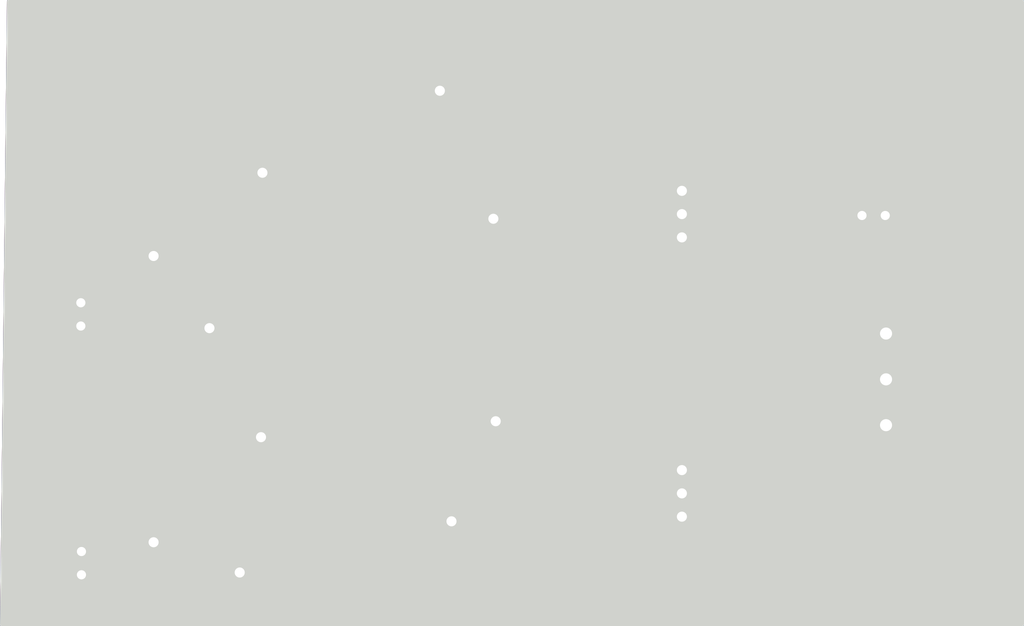
<source format=kicad_pcb>
(kicad_pcb (version 20211014) (generator pcbnew)

  (general
    (thickness 1.6)
  )

  (paper "A4")
  (layers
    (0 "F.Cu" signal)
    (31 "B.Cu" signal)
    (32 "B.Adhes" user "B.Adhesive")
    (33 "F.Adhes" user "F.Adhesive")
    (34 "B.Paste" user)
    (35 "F.Paste" user)
    (36 "B.SilkS" user "B.Silkscreen")
    (37 "F.SilkS" user "F.Silkscreen")
    (38 "B.Mask" user)
    (39 "F.Mask" user)
    (40 "Dwgs.User" user "User.Drawings")
    (41 "Cmts.User" user "User.Comments")
    (42 "Eco1.User" user "User.Eco1")
    (43 "Eco2.User" user "User.Eco2")
    (44 "Edge.Cuts" user)
    (45 "Margin" user)
    (46 "B.CrtYd" user "B.Courtyard")
    (47 "F.CrtYd" user "F.Courtyard")
    (48 "B.Fab" user)
    (49 "F.Fab" user)
    (50 "User.1" user)
    (51 "User.2" user)
    (52 "User.3" user)
    (53 "User.4" user)
    (54 "User.5" user)
    (55 "User.6" user)
    (56 "User.7" user)
    (57 "User.8" user)
    (58 "User.9" user)
  )

  (setup
    (stackup
      (layer "F.SilkS" (type "Top Silk Screen"))
      (layer "F.Paste" (type "Top Solder Paste"))
      (layer "F.Mask" (type "Top Solder Mask") (thickness 0.01))
      (layer "F.Cu" (type "copper") (thickness 0.035))
      (layer "dielectric 1" (type "core") (thickness 1.51) (material "FR4") (epsilon_r 4.5) (loss_tangent 0.02))
      (layer "B.Cu" (type "copper") (thickness 0.035))
      (layer "B.Mask" (type "Bottom Solder Mask") (thickness 0.01))
      (layer "B.Paste" (type "Bottom Solder Paste"))
      (layer "B.SilkS" (type "Bottom Silk Screen"))
      (copper_finish "None")
      (dielectric_constraints no)
    )
    (pad_to_mask_clearance 0)
    (pcbplotparams
      (layerselection 0x00010fc_ffffffff)
      (disableapertmacros false)
      (usegerberextensions false)
      (usegerberattributes true)
      (usegerberadvancedattributes true)
      (creategerberjobfile true)
      (svguseinch false)
      (svgprecision 6)
      (excludeedgelayer true)
      (plotframeref false)
      (viasonmask false)
      (mode 1)
      (useauxorigin false)
      (hpglpennumber 1)
      (hpglpenspeed 20)
      (hpglpendiameter 15.000000)
      (dxfpolygonmode true)
      (dxfimperialunits true)
      (dxfusepcbnewfont true)
      (psnegative false)
      (psa4output false)
      (plotreference true)
      (plotvalue true)
      (plotinvisibletext false)
      (sketchpadsonfab false)
      (subtractmaskfromsilk false)
      (outputformat 1)
      (mirror false)
      (drillshape 1)
      (scaleselection 1)
      (outputdirectory "")
    )
  )

  (net 0 "")
  (net 1 "GND")
  (net 2 "Net-(C2-Pad1)")
  (net 3 "+12V")
  (net 4 "/U_Arduino_LSS")
  (net 5 "/U_Arduino_HSS")
  (net 6 "Net-(J4-Pad1)")
  (net 7 "Net-(Q1-Pad3)")
  (net 8 "Net-(Q5-Pad2)")
  (net 9 "Net-(Q6-Pad2)")
  (net 10 "Net-(R9-Pad2)")
  (net 11 "Net-(Q6-Pad7)")
  (net 12 "Net-(Q7-Pad1)")
  (net 13 "Net-(Q8-Pad1)")
  (net 14 "Net-(R1-Pad1)")
  (net 15 "Net-(C1-Pad1)")
  (net 16 "Net-(Q2-Pad3)")
  (net 17 "Net-(C3-Pad1)")
  (net 18 "Net-(C3-Pad2)")
  (net 19 "Net-(Q5-Pad4)")
  (net 20 "Net-(Q5-Pad5)")
  (net 21 "Net-(R4-Pad2)")

  (footprint "Resistor_SMD:R_1206_3216Metric_Pad1.30x1.75mm_HandSolder" (layer "F.Cu") (at 137.77 72.76 90))

  (footprint "Connector_PinHeader_2.54mm:PinHeader_1x02_P2.54mm_Vertical" (layer "F.Cu") (at 132.588 113.025))

  (footprint "Resistor_SMD:R_1206_3216Metric_Pad1.30x1.75mm_HandSolder" (layer "F.Cu") (at 156.21 102.108 90))

  (footprint "Resistor_SMD:R_1206_3216Metric_Pad1.30x1.75mm_HandSolder" (layer "F.Cu") (at 167.386 100.584))

  (footprint "Resistor_SMD:R_1206_3216Metric_Pad1.30x1.75mm_HandSolder" (layer "F.Cu") (at 167.83 84.94))

  (footprint "Package_SO:SOIC-8_3.9x4.9mm_P1.27mm" (layer "F.Cu") (at 180.34 81.28))

  (footprint "Resistor_SMD:R_1206_3216Metric_Pad1.30x1.75mm_HandSolder" (layer "F.Cu") (at 168.02 77.19))

  (footprint "Connector_PinHeader_2.54mm:PinHeader_1x02_P2.54mm_Vertical" (layer "F.Cu") (at 132.52 85.875))

  (footprint "Package_TO_SOT_THT:TO-220-3_Vertical" (layer "F.Cu") (at 198.12 104.14 -90))

  (footprint "Connector_PinHeader_2.54mm:PinHeader_1x02_P2.54mm_Vertical" (layer "F.Cu") (at 217.775 76.35 90))

  (footprint "Resistor_SMD:R_1206_3216Metric_Pad1.30x1.75mm_HandSolder" (layer "F.Cu") (at 137.922 102.336 90))

  (footprint "Resistor_SMD:R_1206_3216Metric_Pad1.30x1.75mm_HandSolder" (layer "F.Cu") (at 158.7 83.14 90))

  (footprint "Resistor_SMD:R_1206_3216Metric_Pad1.30x1.75mm_HandSolder" (layer "F.Cu") (at 168.91 104.902))

  (footprint "Capacitor_SMD:CP_Elec_8x10" (layer "F.Cu") (at 223.14 109.2 180))

  (footprint "Resistor_SMD:R_1206_3216Metric_Pad1.30x1.75mm_HandSolder" (layer "F.Cu") (at 161.29 108.458 90))

  (footprint "Package_TO_SOT_SMD:SOT-23" (layer "F.Cu") (at 147.066 114.3 90))

  (footprint "Package_TO_SOT_SMD:SOT-23" (layer "F.Cu") (at 137.668 110.998 90))

  (footprint "Capacitor_SMD:C_1206_3216Metric_Pad1.33x1.80mm_HandSolder" (layer "F.Cu") (at 176.9 109.96 180))

  (footprint "Resistor_SMD:R_1206_3216Metric_Pad1.30x1.75mm_HandSolder" (layer "F.Cu") (at 151.892 107.696))

  (footprint "Capacitor_SMD:C_1206_3216Metric_Pad1.33x1.80mm_HandSolder" (layer "F.Cu") (at 175.66 62.89 180))

  (footprint "Package_TO_SOT_THT:TO-220-3_Vertical" (layer "F.Cu") (at 198.12 73.66 -90))

  (footprint "Resistor_SMD:R_1206_3216Metric_Pad1.30x1.75mm_HandSolder" (layer "F.Cu") (at 190.5 104.14))

  (footprint "Diode_SMD:D_SOD-123" (layer "F.Cu") (at 183.61 63.6 90))

  (footprint "Package_TO_SOT_SMD:SOT-23" (layer "F.Cu") (at 143.76 87.61 90))

  (footprint "Capacitor_SMD:C_1206_3216Metric_Pad1.33x1.80mm_HandSolder" (layer "F.Cu") (at 147.574 102.108 90))

  (footprint "Package_SO:SOIC-8_3.9x4.9mm_P1.27mm" (layer "F.Cu") (at 180.36 102.66))

  (footprint "Resistor_SMD:R_1206_3216Metric_Pad1.30x1.75mm_HandSolder" (layer "F.Cu") (at 190.5 76.2))

  (footprint "TerminalBlock:TerminalBlock_Altech_AK300-3_P5.00mm" (layer "F.Cu") (at 220.4 99.235 90))

  (footprint "Capacitor_SMD:C_1206_3216Metric_Pad1.33x1.80mm_HandSolder" (layer "F.Cu") (at 186.69 70.2))

  (footprint "Resistor_SMD:R_1206_3216Metric_Pad1.30x1.75mm_HandSolder" (layer "F.Cu") (at 150.47 83.97))

  (footprint "Capacitor_SMD:C_1206_3216Metric_Pad1.33x1.80mm_HandSolder" (layer "F.Cu") (at 132.334 105.918 90))

  (footprint "Package_TO_SOT_SMD:SOT-23" (layer "F.Cu") (at 137.68 79.9 90))

  (footprint "Resistor_SMD:R_1206_3216Metric_Pad1.30x1.75mm_HandSolder" (layer "F.Cu") (at 157.71 73.2 90))

  (footprint "Capacitor_SMD:C_1206_3216Metric_Pad1.33x1.80mm_HandSolder" (layer "F.Cu") (at 145.88 73.25 90))

  (segment (start 148.016 115.2375) (end 149.7815 115.2375) (width 0.5) (layer "F.Cu") (net 1) (tstamp 075db404-4177-4836-a9db-4cd063481e33))
  (segment (start 149.7815 115.2375) (end 149.86 115.316) (width 0.5) (layer "F.Cu") (net 1) (tstamp 1e5bc815-30cc-48f2-b344-2cb387ef18f5))
  (segment (start 219.87 109.22) (end 219.89 109.2) (width 0.5) (layer "F.Cu") (net 1) (tstamp 2561aedf-b413-446e-854d-9572d9cc257e))
  (segment (start 132.588 113.025) (end 132.588 107.7345) (width 2) (layer "F.Cu") (net 1) (tstamp 2c9a5e6b-0e1b-492b-8e1d-8ef5e88b489e))
  (segment (start 156.21 100.558) (end 152.197 100.558) (width 0.9) (layer "F.Cu") (net 1) (tstamp 397e7ff9-4fcf-4ee5-bace-6353d945a3c6))
  (segment (start 144.8085 88.646) (end 144.71 88.5475) (width 0.5) (layer "F.Cu") (net 1) (tstamp 3c41fa83-bded-4f4d-b3e2-2055a406e982))
  (segment (start 132.588 107.7345) (end 132.334 107.4805) (width 0.5) (layer "F.Cu") (net 1) (tstamp 469c9557-18af-43bc-b1e0-eeddff7b0292))
  (segment (start 174.0975 62.89) (end 171.856 62.89) (width 0.5) (layer "F.Cu") (net 1) (tstamp 4779fb14-a9e7-4437-80cb-4b091b85b668))
  (segment (start 147.574 100.5455) (end 152.1845 100.5455) (width 0.9) (layer "F.Cu") (net 1) (tstamp 6026cb96-44e1-43a9-ae9e-bb865c0030b3))
  (segment (start 152.197 100.558) (end 152.1845 100.5455) (width 0.5) (layer "F.Cu") (net 1) (tstamp 658e26bc-4977-4caf-95f5-98e61a97f961))
  (segment (start 173.206 109.96) (end 172.974 109.728) (width 0.5) (layer "F.Cu") (net 1) (tstamp 6f19cd9f-5eec-4340-912b-fe7a11209945))
  (segment (start 138.618 111.9355) (end 140.3835 111.9355) (width 0.5) (layer "F.Cu") (net 1) (tstamp 814acf01-f2d5-48dc-8858-cf982710b307))
  (segment (start 140.3835 111.9355) (end 140.462 112.014) (width 0.5) (layer "F.Cu") (net 1) (tstamp 8b156c2e-bd37-47a0-8dca-d41e5e5b0533))
  (segment (start 157.6725 71.6875) (end 157.71 71.65) (width 0.5) (layer "F.Cu") (net 1) (tstamp 9f2ad25c-aa00-4f5c-a336-7da465cb1e39))
  (segment (start 152.3405 71.6875) (end 145.88 71.6875) (width 1.8) (layer "F.Cu") (net 1) (tstamp a3b34998-2d4f-4afa-8d10-88a4d434762f))
  (segment (start 175.3375 109.96) (end 173.206 109.96) (width 0.5) (layer "F.Cu") (net 1) (tstamp c318c389-2ee1-470c-91f8-8e7f659f9981))
  (segment (start 171.856 62.89) (end 171.704 62.738) (width 0.5) (layer "F.Cu") (net 1) (tstamp d0d32b72-deb5-4655-80d4-20833abbcdc3))
  (segment (start 177.546 79.056) (end 177.865 79.375) (width 0.5) (layer "F.Cu") (net 1) (tstamp d2f1f0a5-7865-4951-8ff9-838caa678870))
  (segment (start 152.3405 71.6875) (end 157.6725 71.6875) (width 1.8) (layer "F.Cu") (net 1) (tstamp dc5dc4a1-a7d0-42a5-a830-7df496110069))
  (segment (start 177.546 76.708) (end 177.546 79.056) (width 0.9) (layer "F.Cu") (net 1) (tstamp e0f39568-b780-4cfc-a710-9e50455dcdae))
  (segment (start 220.4 108.69) (end 219.89 109.2) (width 0.5) (layer "F.Cu") (net 1) (tstamp e5f26301-88ac-4474-9a0a-4b8ba4463a93))
  (segment (start 220.4 99.235) (end 220.4 108.69) (width 2) (layer "F.Cu") (net 1) (tstamp e6587539-83fd-4a25-9d7c-64353261053a))
  (segment (start 177.8 98.806) (end 177.8 100.67) (width 0.5) (layer "F.Cu") (net 1) (tstamp e8dc69fd-b4be-4460-8376-3755c48c3f7e))
  (segment (start 146.558 88.646) (end 144.8085 88.646) (width 0.5) (layer "F.Cu") (net 1) (tstamp ec5d873b-a8d3-4730-9957-1f6103ca70c1))
  (segment (start 177.8 100.67) (end 177.885 100.755) (width 0.5) (layer "F.Cu") (net 1) (tstamp f750d2b6-8f70-42c5-88cd-04fc4222b9fd))
  (via (at 177.8 98.806) (size 2) (drill 1.1) (layers "F.Cu" "B.Cu") (free) (net 1) (tstamp 1b7cbbad-0f40-49e7-b36d-fc4c5113a3a8))
  (via (at 152.3405 71.6875) (size 2) (drill 1.1) (layers "F.Cu" "B.Cu") (net 1) (tstamp 2789e1c3-c5cb-44ae-afc3-4d4f87ef4497))
  (via (at 149.86 115.316) (size 2) (drill 1.1) (layers "F.Cu" "B.Cu") (free) (net 1) (tstamp 2df403c8-847b-41cd-8fdd-a2bc22f2348d))
  (via (at 146.558 88.646) (size 2) (drill 1.1) (layers "F.Cu" "B.Cu") (free) (net 1) (tstamp 43197cc2-8c47-47ca-8087-82b60f0952a5))
  (via (at 140.462 112.014) (size 2) (drill 1.1) (layers "F.Cu" "B.Cu") (free) (net 1) (tstamp 60426124-ab62-4e32-8c34-26d9e3e6882d))
  (via (at 177.546 76.708) (size 2) (drill 1.1) (layers "F.Cu" "B.Cu") (free) (net 1) (tstamp 9582eb02-eda2-4b14-96da-b2971e83bbd5))
  (via (at 172.974 109.728) (size 2) (drill 1.1) (layers "F.Cu" "B.Cu") (free) (net 1) (tstamp a0b86307-a013-47ea-8b49-26a4a10e85b3))
  (via (at 152.1845 100.5455) (size 2) (drill 1.1) (layers "F.Cu" "B.Cu") (net 1) (tstamp a3eb90a3-356f-483c-9907-97d676f97294))
  (via (at 171.704 62.738) (size 2) (drill 1.1) (layers "F.Cu" "B.Cu") (free) (net 1) (tstamp c1397f03-42ab-436f-9cc1-44119259a767))
  (via (at 140.462 80.772) (size 2) (drill 1.1) (layers "F.Cu" "B.Cu") (free) (net 1) (tstamp fe216655-75ea-42b3-9334-827e2a2f3460))
  (segment (start 137.922 103.886) (end 137.922 109.8065) (width 0.5) (layer "F.Cu") (net 2) (tstamp 0dabeff2-f0c5-4da2-b658-cd2271ad8de0))
  (segment (start 137.922 109.8065) (end 137.668 110.0605) (width 0.5) (layer "F.Cu") (net 2) (tstamp 1f420aa7-f875-4d47-8db7-5d2ab6381d42))
  (segment (start 156.21 103.658) (end 162.762 103.658) (width 0.5) (layer "F.Cu") (net 2) (tstamp 295ea312-edf1-4434-b39d-90bbd1a604b0))
  (segment (start 162.762 103.658) (end 165.836 100.584) (width 0.5) (layer "F.Cu") (net 2) (tstamp 80b591a8-d458-4462-96aa-6deb12434c89))
  (segment (start 147.574 103.6705) (end 156.1975 103.6705) (width 0.5) (layer "F.Cu") (net 2) (tstamp 848d27cc-2922-4ce0-9b3f-32cb6d4011bc))
  (segment (start 147.574 103.6705) (end 138.1375 103.6705) (width 0.5) (layer "F.Cu") (net 2) (tstamp 87541631-2ec3-4db0-8ee9-d31e8d4bee3b))
  (segment (start 156.1975 103.6705) (end 156.21 103.658) (width 0.5) (layer "F.Cu") (net 2) (tstamp 932c433d-0f5a-47e2-8e17-f51c68ad7619))
  (segment (start 138.1375 103.6705) (end 137.922 103.886) (width 0.5) (layer "F.Cu") (net 2) (tstamp fa4715a9-a136-4eac-a6f0-8256bf114c1f))
  (segment (start 180.29 103.4) (end 180.185 103.295) (width 0.5) (layer "F.Cu") (net 3) (tstamp 2f28b0db-d4f5-43f6-9931-bc649cfd4f51))
  (segment (start 180.29 109.7) (end 180.29 103.4) (width 0.9) (layer "F.Cu") (net 3) (tstamp 5cb626eb-6ee0-4a3a-b3ce-f183cc88fc49))
  (segment (start 220.315 76.35) (end 220.315 89.15) (width 2) (layer "F.Cu") (net 3) (tstamp 609c70f4-1479-4ca4-a93e-8230d97706fb))
  (segment (start 178.4625 109.96) (end 180.03 109.96) (width 0.9) (layer "F.Cu") (net 3) (tstamp 6ff25e28-6290-4c29-a474-b6a86c1058fa))
  (segment (start 180.03 109.96) (end 180.29 109.7) (width 0.5) (layer "F.Cu") (net 3) (tstamp 854c27b1-9f79-4add-b6f5-27fba8034c5b))
  (segment (start 180.185 103.295) (end 177.885 103.295) (width 0.5) (layer "F.Cu") (net 3) (tstamp e22d39a2-e0bd-47a6-bbc7-5261cb8a211a))
  (segment (start 220.315 89.15) (end 220.4 89.235) (width 0.5) (layer "F.Cu") (net 3) (tstamp fd4bdd26-e48c-49cf-9f62-cc6bfc3c25b9))
  (segment (start 136.718 111.9355) (end 136.718 115.504) (width 0.5) (layer "F.Cu") (net 4) (tstamp 030b4ede-937c-4f08-9cf7-8df3a1815044))
  (segment (start 136.9745 115.2375) (end 136.647 115.565) (width 0.5) (layer "F.Cu") (net 4) (tstamp 0545e21f-1d77-4282-8baa-5e72871326cd))
  (segment (start 136.652 115.57) (end 136.647 115.565) (width 0.5) (layer "F.Cu") (net 4) (tstamp 42afdd29-da65-415e-b23b-e6f57f644292))
  (segment (start 136.647 115.565) (end 132.588 115.565) (width 0.5) (layer "F.Cu") (net 4) (tstamp 56620332-4506-4e68-83be-ce8c73e73020))
  (segment (start 146.116 115.2375) (end 136.9745 115.2375) (width 0.5) (layer "F.Cu") (net 4) (tstamp 95384c80-34c1-4588-8be5-6cc6654c7242))
  (segment (start 136.718 115.504) (end 136.652 115.57) (width 0.5) (layer "F.Cu") (net 4) (tstamp e11be979-9376-4f5b-b860-868b1bcb0531))
  (segment (start 136.73 88.3) (end 136.615 88.415) (width 0.5) (layer "F.Cu") (net 5) (tstamp 2e8f0d38-d9a4-4756-b73d-115434410a2d))
  (segment (start 136.73 80.8375) (end 136.73 88.3) (width 0.5) (layer "F.Cu") (net 5) (tstamp 572def52-9267-40af-9e6d-1bcf66b96a05))
  (segment (start 132.52 88.415) (end 136.615 88.415) (width 0.5) (layer "F.Cu") (net 5) (tstamp 6e9efc33-f983-4f3b-8a53-1b607511aaf7))
  (segment (start 142.6775 88.415) (end 142.81 88.5475) (width 0.5) (layer "F.Cu") (net 5) (tstamp 7c11a07f-525c-45a7-9ad1-361ea90615cc))
  (segment (start 136.615 88.415) (end 142.6775 88.415) (width 0.5) (layer "F.Cu") (net 5) (tstamp 91686bb5-7a82-42fb-9000-db29e45a41fa))
  (segment (start 217.625 76.2) (end 217.775 76.35) (width 0.5) (layer "F.Cu") (net 6) (tstamp b4c08003-7d1e-480f-b89a-36b9dac27931))
  (segment (start 198.12 76.2) (end 217.625 76.2) (width 2) (layer "F.Cu") (net 6) (tstamp d3bd7f28-045a-433f-9bed-a7cad9dd77cd))
  (segment (start 143.75 86.6625) (end 143.76 86.6725) (width 0.5) (layer "F.Cu") (net 7) (tstamp 014c3d6f-ba60-446d-adb8-b7e641672eb9))
  (segment (start 143.75 83.96) (end 143.75 86.6625) (width 0.5) (layer "F.Cu") (net 7) (tstamp d29927f4-00bf-41bd-810c-296d47cdf52b))
  (segment (start 143.76 83.97) (end 143.75 83.96) (width 0.5) (layer "F.Cu") (net 7) (tstamp fcce17f3-5a8c-4fd0-a1d3-a12fe4f8cda4))
  (segment (start 148.92 83.97) (end 143.76 83.97) (width 0.5) (layer "F.Cu") (net 7) (tstamp ff881d49-43ab-468f-9e29-afaf3fe5ea26))
  (segment (start 177.865 80.645) (end 173.025 80.645) (width 0.9) (layer "F.Cu") (net 8) (tstamp 89b15608-3359-4c56-b994-7e39212f1213))
  (segment (start 173.025 80.645) (end 169.57 77.19) (width 0.9) (layer "F.Cu") (net 8) (tstamp 8aa1a97c-877c-4cd1-a430-beaa4c55c87d))
  (segment (start 177.885 102.025) (end 170.377 102.025) (width 0.5) (layer "F.Cu") (net 9) (tstamp 231930a8-5cea-46ad-ad9f-0d12ecb4d662))
  (segment (start 170.377 102.025) (end 168.936 100.584) (width 0.5) (layer "F.Cu") (net 9) (tstamp 38983155-b87a-497c-9b83-4071135b9376))
  (segment (start 177.865 102.235) (end 178.842113 102.235) (width 0.5) (layer "F.Cu") (net 9) (tstamp 3e23ff80-976e-481f-b649-d3b6afc29a05))
  (segment (start 177.885 104.565) (end 170.797 104.565) (width 0.5) (layer "F.Cu") (net 10) (tstamp 6e90455f-743f-4212-9228-03fca5a01a32))
  (segment (start 170.797 104.565) (end 170.46 104.902) (width 0.5) (layer "F.Cu") (net 10) (tstamp d08843b9-8d80-4cce-a479-77fce9daf120))
  (segment (start 183.26 104.14) (end 182.835 104.565) (width 0.5) (layer "F.Cu") (net 11) (tstamp ba25714a-2942-479c-86f0-781d4ddc3d33))
  (segment (start 182.835 104.565) (end 182.835 100.755) (width 0.5) (layer "F.Cu") (net 11) (tstamp efd4d00a-a7db-4bd5-87d8-7a1d99931c14))
  (segment (start 188.95 104.14) (end 183.26 104.14) (width 0.9) (layer "F.Cu") (net 11) (tstamp fa185703-4739-49db-9f04-bf522df932bf))
  (segment (start 192.05 76.2) (end 194.59 73.66) (width 0.9) (layer "F.Cu") (net 12) (tstamp cdb1fe4b-faa2-45dc-a54f-6bb353bc6f06))
  (segment (start 194.59 73.66) (end 198.12 73.66) (width 0.9) (layer "F.Cu") (net 12) (tstamp d035799f-0d2c-41df-a04c-c0d82b2607e9))
  (segment (start 198.12 104.14) (end 192.05 104.14) (width 2) (layer "F.Cu") (net 13) (tstamp e0c08c40-319b-4123-981c-cef11d1387d7))
  (segment (start 152.74 84.69) (end 152.02 83.97) (width 0.5) (layer "F.Cu") (net 14) (tstamp 0f3769f2-d2b6-4bf2-b577-33f6346132b6))
  (segment (start 166.03 84.69) (end 166.28 84.94) (width 0.5) (layer "F.Cu") (net 14) (tstamp 2b73a12f-5ce0-4c3e-94b2-11b9bf398e8c))
  (segment (start 158.7 84.69) (end 166.03 84.69) (width 0.5) (layer "F.Cu") (net 14) (tstamp a1118a8c-ee08-4e71-b2e8-39f41071cb16))
  (segment (start 158.7 84.69) (end 152.74 84.69) (width 0.5) (layer "F.Cu") (net 14) (tstamp a2061548-b8c7-46e2-a58b-bc0f7da258bc))
  (segment (start 157.71 74.75) (end 145.9425 74.75) (width 0.9) (layer "F.Cu") (net 15) (tstamp 383d8ad4-fa52-4119-b990-0bdc402be05d))
  (segment (start 145.9425 74.75) (end 145.88 74.8125) (width 0.5) (layer "F.Cu") (net 15) (tstamp 8c458a1a-0033-43db-92b9-adc426f51524))
  (segment (start 137.77 78.8725) (end 137.68 78.9625) (width 0.5) (layer "F.Cu") (net 15) (tstamp 9d9178a0-2b1d-4ebd-a702-1574d9b1ab07))
  (segment (start 145.88 74.8125) (end 138.2725 74.8125) (width 0.9) (layer "F.Cu") (net 15) (tstamp a2eb4572-cf8b-4bf0-a7ce-9f54fe5ac996))
  (segment (start 164.03 74.75) (end 166.47 77.19) (width 0.9) (layer "F.Cu") (net 15) (tstamp babacba8-09a5-4cfc-bfa5-c406a84797ff))
  (segment (start 157.2025 74.2425) (end 157.71 74.75) (width 0.5) (layer "F.Cu") (net 15) (tstamp bdb93d46-a69c-4502-9275-2814dbc9b82e))
  (segment (start 157.71 74.75) (end 164.03 74.75) (width 0.9) (layer "F.Cu") (net 15) (tstamp c4759c8c-660b-451c-9ce4-1315c0e274d8))
  (segment (start 138.2725 74.8125) (end 137.77 74.31) (width 0.5) (layer "F.Cu") (net 15) (tstamp d071edfa-6e15-443d-bba0-5e412b28e379))
  (segment (start 137.77 74.31) (end 137.77 78.8725) (width 0.5) (layer "F.Cu") (net 15) (tstamp eb4ac487-181b-4744-85ff-5443538af540))
  (segment (start 147.066 107.696) (end 150.342 107.696) (width 0.5) (layer "F.Cu") (net 16) (tstamp cf6c12a4-3d95-473d-bafe-8be3892a84e9))
  (segment (start 147.066 113.3625) (end 147.066 107.696) (width 0.5) (layer "F.Cu") (net 16) (tstamp fe092942-ff39-443b-82e2-e50da68849ec))
  (segment (start 180.48452 69.70548) (end 184.63298 69.70548) (width 0.9) (layer "F.Cu") (net 17) (tstamp 24057469-b269-4678-9f67-341c6a1d375e))
  (segment (start 183.61 65.25) (end 183.61 68.6825) (width 0.9) (layer "F.Cu") (net 17) (tstamp 2a6e9448-00fa-4890-8d16-867b5f79ceb3))
  (segment (start 177.865 81.915) (end 178.842113 81.915) (width 0.5) (layer "F.Cu") (net 17) (tstamp 2f98ab63-49ca-48ba-b5e7-2eb4e18ceb1f))
  (segment (start 137.77 71.21) (end 139.27452 69.70548) (width 0.9) (layer "F.Cu") (net 17) (tstamp 51128b1c-82e7-4dff-a029-ff5ad1af097b))
  (segment (start 178.842113 81.915) (end 180.48452 80.272593) (width 0.9) (layer "F.Cu") (net 17) (tstamp 55a8b452-cae3-4582-8c1f-cd1344e8c0fc))
  (segment (start 180.48452 80.272593) (end 180.48452 69.70548) (width 0.9) (layer "F.Cu") (net 17) (tstamp 6eccd6ca-382c-49c2-b4ec-c928033be154))
  (segment (start 158.7 81.59) (end 159.025 81.915) (width 0.5) (layer "F.Cu") (net 17) (tstamp 7a490770-ba13-48e1-9f77-11f1fed2f8d4))
  (segment (start 184.63298 69.70548) (end 185.1275 70.2) (width 0.5) (layer "F.Cu") (net 17) (tstamp 8da5761c-f46a-4b04-b82e-7fc6dac8f4c0))
  (segment (start 183.61 68.6825) (end 185.1275 70.2) (width 0.9) (layer "F.Cu") (net 17) (tstamp 9f8a4466-594b-46c2-9be1-ba57c6a88727))
  (segment (start 159.025 81.915) (end 177.865 81.915) (width 0.5) (layer "F.Cu") (net 17) (tstamp e102d2b8-f935-47d5-a7d1-376d9aff5c92))
  (segment (start 139.27452 69.70548) (end 180.48452 69.70548) (width 0.9) (layer "F.Cu") (net 17) (tstamp ed7aba0d-4a8d-4d75-9842-82ec72393bea))
  (segment (start 190.65048 72.59798) (end 190.65048 78.41048) (width 0.5) (layer "F.Cu") (net 18) (tstamp 4a73fe9f-7f59-4814-9f4c-927e3eec2863))
  (segment (start 199.57 78.74) (end 202.15 81.32) (width 2) (layer "F.Cu") (net 18) (tstamp 4e854bd9-3efd-4a6d-a627-29fba1dc4509))
  (segment (start 202.15 106.7) (end 202.13 106.68) (width 0.5) (layer "F.Cu") (net 18) (tstamp 50a470d3-b2a0-4451-b0b1-f79ba7afe543))
  (segment (start 202.625 94.235) (end 202.15 94.71) (width 0.5) (layer "F.Cu") (net 18) (tstamp 854e2cfa-dd14-42c7-a698-541c81454216))
  (segment (start 198.12 78.74) (end 199.57 78.74) (width 0.5) (layer "F.Cu") (net 18) (tstamp 86939526-6aac-4307-8324-878e6ec374bf))
  (segment (start 202.15 98.99) (end 202.15 106.7) (width 2) (layer "F.Cu") (net 18) (tstamp 90051e8c-9dfc-49f7-8c8c-952e760db8e6))
  (segment (start 188.2525 70.2) (end 190.65048 72.59798) (width 0.5) (layer "F.Cu") (net 18) (tstamp a1770433-a03e-4654-a352-dfa5a5f02f72))
  (segment (start 190.65048 78.41048) (end 190.98 78.74) (width 0.5) (layer "F.Cu") (net 18) (tstamp a67b0042-c69f-40a0-afc6-8a396c6190a0))
  (segment (start 220.4 94.235) (end 202.625 94.235) (width 2) (layer "F.Cu") (net 18) (tstamp aad6a9d4-803c-48a9-8c48-ac14196e300b))
  (segment (start 202.13 106.68) (end 198.12 106.68) (width 2) (layer "F.Cu") (net 18) (tstamp b57e71e6-7cea-437d-ac47-57c8c19ae03a))
  (segment (start 202.15 94.71) (end 202.15 98.99) (width 2) (layer "F.Cu") (net 18) (tstamp e0d8857f-7d08-453a-91e6-85bf9045eee8))
  (segment (start 190.98 78.74) (end 198.12 78.74) (width 0.5) (layer "F.Cu") (net 18) (tstamp e26426e5-6355-4cb9-a5e4-8c0ae014b75a))
  (segment (start 202.15 81.32) (end 202.15 94.71) (width 2) (layer "F.Cu") (net 18) (tstamp f59f8cd3-3172-460f-8d2a-93158a934337))
  (segment (start 202.22 99.06) (end 202.15 98.99) (width 0.5) (layer "F.Cu") (net 18) (tstamp f8068be3-461d-4d7d-8a3a-d022bd5204ed))
  (segment (start 169.38 84.94) (end 176.11 84.94) (width 0.5) (layer "F.Cu") (net 19) (tstamp 1ed68bfe-42f3-447f-9538-5ce26c3c6f4f))
  (segment (start 176.11 84.94) (end 177.865 83.185) (width 0.5) (layer "F.Cu") (net 19) (tstamp a13c2742-df56-475c-a227-fbd57c1cb203))
  (segment (start 182.815 80.645) (end 182.815 83.185) (width 0.9) (layer "F.Cu") (net 20) (tstamp 0bff1a5e-3bd7-4675-80ec-0b5dc7cd9c04))
  (segment (start 188.95 76.2) (end 182.88 76.2) (width 0.9) (layer "F.Cu") (net 20) (tstamp 628c4597-f04c-46f8-9d95-b3d6d05094a7))
  (segment (start 182.88 76.2) (end 182.88 80.86548) (width 0.9) (layer "F.Cu") (net 20) (tstamp 9bae59b4-4821-4ab1-bff9-9a2f8f95077c))
  (segment (start 153.442 107.696) (end 160.502 107.696) (width 0.5) (layer "F.Cu") (net 21) (tstamp 2ca41637-8c13-4ca0-916d-adb9fc241658))
  (segment (start 163.296 104.902) (end 161.29 106.908) (width 0.5) (layer "F.Cu") (net 21) (tstamp 40433840-7921-4e37-8321-0809263f8f14))
  (segment (start 167.36 104.902) (end 163.296 104.902) (width 0.5) (layer "F.Cu") (net 21) (tstamp 4d4578b3-5dc0-4553-827a-dd10be70ab88))
  (segment (start 160.502 107.696) (end 161.29 106.908) (width 0.5) (layer "F.Cu") (net 21) (tstamp 9cadf2b0-1bc9-4229-a93e-ff7d819bc9bc))

  (zone (net 3) (net_name "+12V") (layer "F.Cu") (tstamp 6f52f85c-aac3-4a99-8226-7744ad08fdc3) (hatch edge 0.508)
    (connect_pads (clearance 2))
    (min_thickness 0.254) (filled_areas_thickness no)
    (fill yes (thermal_gap 0.508) (thermal_bridge_width 0.508))
    (polygon
      (pts
        (xy 235.204 53.086)
        (xy 235.204 121.158)
        (xy 123.698 121.158)
        (xy 124.46 52.832)
      )
    )
    (filled_polygon
      (layer "F.Cu")
      (pts
        (xy 187.912449 52.977533)
        (xy 235.078289 53.085712)
        (xy 235.146364 53.105871)
        (xy 235.192733 53.159633)
        (xy 235.204 53.211712)
        (xy 235.204 121.032)
        (xy 235.183998 121.100121)
        (xy 235.130342 121.146614)
        (xy 235.078 121.158)
        (xy 123.825413 121.158)
        (xy 123.757292 121.137998)
        (xy 123.710799 121.084342)
        (xy 123.699421 121.030595)
        (xy 123.845019 107.975356)
        (xy 129.4335 107.975356)
        (xy 129.445275 108.167881)
        (xy 129.501296 108.461552)
        (xy 129.532247 108.554594)
        (xy 129.581058 108.701324)
        (xy 129.5875 108.741096)
        (xy 129.5875 113.113189)
        (xy 129.587605 113.115008)
        (xy 129.587605 113.115012)
        (xy 129.589432 113.146688)
        (xy 129.602334 113.370453)
        (xy 129.661826 113.711328)
        (xy 129.662855 113.714803)
        (xy 129.662857 113.71481)
        (xy 129.732311 113.949281)
        (xy 129.7375 113.985067)
        (xy 129.7375 114.00505)
        (xy 129.738573 114.032358)
        (xy 129.739086 114.035773)
        (xy 129.739087 114.035779)
        (xy 129.780029 114.308102)
        (xy 129.780692 114.31251)
        (xy 129.861864 114.583933)
        (xy 129.863727 114.587973)
        (xy 129.863728 114.587977)
        (xy 129.869094 114.599616)
        (xy 129.879449 114.669853)
        (xy 129.874296 114.691929)
        (xy 129.831103 114.822535)
        (xy 129.829962 114.825986)
        (xy 129.7633 115.147885)
        (xy 129.734078 115.475312)
        (xy 129.742683 115.803928)
        (xy 129.789001 116.129377)
        (xy 129.78992 116.13288)
        (xy 129.789921 116.132885)
        (xy 129.8715 116.443843)
        (xy 129.872419 116.447346)
        (xy 129.99183 116.753619)
        (xy 130.145652 117.044139)
        (xy 130.147702 117.047122)
        (xy 130.147704 117.047125)
        (xy 130.329789 117.312061)
        (xy 130.329795 117.312068)
        (xy 130.331846 117.315053)
        (xy 130.334234 117.31779)
        (xy 130.531825 117.544292)
        (xy 130.547944 117.56277)
        (xy 130.791082 117.784009)
        (xy 130.79404 117.786134)
        (xy 130.794043 117.786137)
        (xy 130.870031 117.84074)
        (xy 131.058037 117.975836)
        (xy 131.061216 117.977606)
        (xy 131.061217 117.977606)
        (xy 131.140951 118.021985)
        (xy 131.345271 118.135708)
        (xy 131.648977 118.261507)
        (xy 131.652471 118.262502)
        (xy 131.652473 118.262503)
        (xy 131.961628 118.350568)
        (xy 131.961633 118.350569)
        (xy 131.965129 118.351565)
        (xy 132.188175 118.38809)
        (xy 132.285957 118.404103)
        (xy 132.285961 118.404103)
        (xy 132.289537 118.404689)
        (xy 132.293163 118.40486)
        (xy 132.614273 118.420003)
        (xy 132.614274 118.420003)
        (xy 132.6179 118.420174)
        (xy 132.631719 118.419232)
        (xy 132.942237 118.398064)
        (xy 132.942245 118.398063)
        (xy 132.945868 118.397816)
        (xy 132.949444 118.397153)
        (xy 132.949446 118.397153)
        (xy 133.265527 118.338571)
        (xy 133.265531 118.33857)
        (xy 133.269092 118.33791)
        (xy 133.583289 118.24125)
        (xy 133.596416 118.235488)
        (xy 133.784299 118.153013)
        (xy 133.884293 118.109119)
        (xy 134.168116 117.943266)
        (xy 134.304667 117.84074)
        (xy 134.371153 117.815834)
        (xy 134.380321 117.8155)
        (xy 136.46511 117.8155)
        (xy 136.469508 117.815577)
        (xy 136.548534 117.818337)
        (xy 136.55117 117.818456)
        (xy 136.626195 117.822651)
        (xy 136.675619 117.825414)
        (xy 136.679778 117.825094)
        (xy 136.679784 117.825094)
        (xy 136.692197 117.824139)
        (xy 136.706254 117.823845)
        (xy 136.714683 117.824139)
        (xy 136.722849 117.824424)
        (xy 136.7995 117.816908)
        (xy 136.846835 117.812267)
        (xy 136.849464 117.812037)
        (xy 136.969538 117.802798)
        (xy 136.969543 117.802797)
        (xy 136.973705 117.802477)
        (xy 136.989953 117.799023)
        (xy 137.003854 117.796871)
        (xy 137.005832 117.796677)
        (xy 137.020388 117.79525)
        (xy 137.141676 117.766802)
        (xy 137.144223 117.766232)
        (xy 137.176612 117.759348)
        (xy 137.262047 117.741189)
        (xy 137.262053 117.741187)
        (xy 137.266138 117.740319)
        (xy 137.281802 117.734741)
        (xy 137.295288 117.730773)
        (xy 137.307378 117.727937)
        (xy 137.307385 117.727935)
        (xy 137.311456 117.72698)
        (xy 137.380981 117.70057)
        (xy 137.427891 117.682751)
        (xy 137.430366 117.68184)
        (xy 137.547781 117.64003)
        (xy 137.551502 117.638118)
        (xy 137.551506 117.638116)
        (xy 137.562562 117.632434)
        (xy 137.575414 117.626712)
        (xy 137.587027 117.622301)
        (xy 137.587036 117.622297)
        (xy 137.590937 117.620815)
        (xy 137.672171 117.576892)
        (xy 137.700539 117.561554)
        (xy 137.702845 117.560338)
        (xy 137.813686 117.503373)
        (xy 137.814254 117.504479)
        (xy 137.873676 117.488)
        (xy 144.553703 117.488)
        (xy 144.621824 117.508002)
        (xy 144.636533 117.519051)
        (xy 144.662771 117.54194)
        (xy 144.666347 117.544289)
        (xy 144.666351 117.544292)
        (xy 144.904262 117.70057)
        (xy 144.904268 117.700574)
        (xy 144.907845 117.702923)
        (xy 145.032689 117.762471)
        (xy 145.168629 117.827311)
        (xy 145.168634 117.827313)
        (xy 145.172498 117.829156)
        (xy 145.321488 117.876705)
        (xy 145.447745 117.916999)
        (xy 145.447749 117.917)
        (xy 145.451835 117.918304)
        (xy 145.582369 117.941086)
        (xy 145.736948 117.968065)
        (xy 145.736954 117.968066)
        (xy 145.740686 117.968717)
        (xy 145.744477 117.968916)
        (xy 145.74448 117.968916)
        (xy 145.776715 117.970605)
        (xy 145.870116 117.9755)
        (xy 146.361884 117.9755)
        (xy 146.455285 117.970605)
        (xy 146.48752 117.968916)
        (xy 146.487523 117.968916)
        (xy 146.491314 117.968717)
        (xy 146.495046 117.968066)
        (xy 146.495052 117.968065)
        (xy 146.649631 117.941086)
        (xy 146.780165 117.918304)
        (xy 146.784251 117.917)
        (xy 146.784255 117.916999)
        (xy 147.027692 117.839308)
        (xy 147.104308 117.839308)
        (xy 147.347745 117.916999)
        (xy 147.347749 117.917)
        (xy 147.351835 117.918304)
        (xy 147.482369 117.941086)
        (xy 147.636948 117.968065)
        (xy 147.636954 117.968066)
        (xy 147.640686 117.968717)
        (xy 147.644477 117.968916)
        (xy 147.64448 117.968916)
        (xy 147.676715 117.970605)
        (xy 147.770116 117.9755)
        (xy 148.261884 117.9755)
        (xy 148.337415 117.971542)
        (xy 148.387523 117.968916)
        (xy 148.387528 117.968915)
        (xy 148.391314 117.968717)
        (xy 148.395045 117.968066)
        (xy 148.395061 117.968064)
        (xy 148.396739 117.967771)
        (xy 148.397195 117.967823)
        (xy 148.398829 117.967638)
        (xy 148.398871 117.968013)
        (xy 148.467284 117.975765)
        (xy 148.479677 117.9818)
        (xy 148.548695 118.020215)
        (xy 148.548702 118.020219)
        (xy 148.551876 118.021985)
        (xy 148.555226 118.023373)
        (xy 148.555231 118.023375)
        (xy 148.71172 118.088194)
        (xy 148.871563 118.154403)
        (xy 148.875057 118.155398)
        (xy 148.875059 118.155399)
        (xy 149.200851 118.248204)
        (xy 149.200856 118.248205)
        (xy 149.204352 118.249201)
        (xy 149.440034 118.287795)
        (xy 149.542251 118.304534)
        (xy 149.542255 118.304534)
        (xy 149.545831 118.30512)
        (xy 149.549457 118.305291)
        (xy 149.887847 118.321249)
        (xy 149.887848 118.321249)
        (xy 149.891474 118.32142)
        (xy 149.902346 118.320679)
        (xy 150.233069 118.298133)
        (xy 150.233077 118.298132)
        (xy 150.2367 118.297885)
        (xy 150.240276 118.297222)
        (xy 150.240278 118.297222)
        (xy 150.573368 118.235488)
        (xy 150.573372 118.235487)
        (xy 150.576933 118.234827)
        (xy 150.907663 118.133081)
        (xy 151.224507 117.993996)
        (xy 151.373886 117.906706)
        (xy 151.520125 117.821251)
        (xy 151.520127 117.82125)
        (xy 151.523265 117.819416)
        (xy 151.532787 117.812267)
        (xy 151.797071 117.613837)
        (xy 151.797075 117.613834)
        (xy 151.799978 117.611654)
        (xy 152.050977 117.373465)
        (xy 152.272936 117.108005)
        (xy 152.314888 117.044139)
        (xy 152.460926 116.821818)
        (xy 152.460931 116.821809)
        (xy 152.462913 116.818792)
        (xy 152.540651 116.664227)
        (xy 152.616763 116.512898)
        (xy 152.616766 116.51289)
        (xy 152.61839 116.509662)
        (xy 152.642476 116.443843)
        (xy 152.736057 116.188122)
        (xy 152.73606 116.188112)
        (xy 152.737305 116.18471)
        (xy 152.73815 116.181188)
        (xy 152.738153 116.18118)
        (xy 152.817237 115.851772)
        (xy 152.817238 115.851768)
        (xy 152.818084 115.848243)
        (xy 152.859654 115.504722)
        (xy 152.860579 115.475312)
        (xy 152.865497 115.318797)
        (xy 152.865585 115.316)
        (xy 152.8561 115.151496)
        (xy 152.845875 114.974167)
        (xy 152.845874 114.974162)
        (xy 152.845666 114.970547)
        (xy 152.793187 114.669853)
        (xy 152.786798 114.633245)
        (xy 152.786796 114.633238)
        (xy 152.786174 114.629672)
        (xy 152.773824 114.587977)
        (xy 152.692226 114.31251)
        (xy 152.687897 114.297894)
        (xy 152.576096 114.035779)
        (xy 152.553562 113.982949)
        (xy 152.55356 113.982946)
        (xy 152.552138 113.979611)
        (xy 152.380696 113.679041)
        (xy 152.175843 113.400168)
        (xy 151.940295 113.146688)
        (xy 151.677174 112.921962)
        (xy 151.389967 112.728967)
        (xy 151.232106 112.647488)
        (xy 151.085702 112.571923)
        (xy 151.082482 112.570261)
        (xy 150.758793 112.44795)
        (xy 150.42319 112.363652)
        (xy 150.250461 112.340912)
        (xy 150.083728 112.318961)
        (xy 150.08372 112.31896)
        (xy 150.080124 112.318487)
        (xy 149.928991 112.316112)
        (xy 149.73778 112.313108)
        (xy 149.737776 112.313108)
        (xy 149.734139 112.313051)
        (xy 149.730524 112.313412)
        (xy 149.73052 112.313412)
        (xy 149.566819 112.329752)
        (xy 149.455014 112.340912)
        (xy 149.385244 112.327775)
        (xy 149.333652 112.279002)
        (xy 149.3165 112.215535)
        (xy 149.3165 110.645148)
        (xy 149.336502 110.577027)
        (xy 149.390158 110.530534)
        (xy 149.466109 110.52138)
        (xy 149.667119 110.559725)
        (xy 149.859644 110.5715)
        (xy 150.824356 110.5715)
        (xy 151.016881 110.559725)
        (xy 151.248317 110.515576)
        (xy 151.306443 110.504488)
        (xy 151.306445 110.504487)
        (xy 151.310552 110.503704)
        (xy 151.456675 110.455095)
        (xy 151.590258 110.410658)
        (xy 151.590263 110.410656)
        (xy 151.594234 110.409335)
        (xy 151.748235 110.334224)
        (xy 151.836765 110.291045)
        (xy 151.90676 110.279161)
        (xy 151.947235 110.291045)
        (xy 152.035765 110.334224)
        (xy 152.189766 110.409335)
        (xy 152.193737 110.410656)
        (xy 152.193742 110.410658)
        (xy 152.327325 110.455095)
        (xy 152.473448 110.503704)
        (xy 152.477555 110.504487)
        (xy 152.477557 110.504488)
        (xy 152.535683 110.515576)
        (xy 152.767119 110.559725)
        (xy 152.959644 110.5715)
        (xy 153.924356 110.5715)
        (xy 154.116881 110.559725)
        (xy 154.348317 110.515576)
        (xy 154.406443 110.504488)
        (xy 154.406445 110.504487)
        (xy 154.410552 110.503704)
        (xy 154.556675 110.455095)
        (xy 159.907001 110.455095)
        (xy 159.907338 110.461614)
        (xy 159.917257 110.557206)
        (xy 159.920149 110.5706)
        (xy 159.971588 110.724784)
        (xy 159.977761 110.737962)
        (xy 160.063063 110.875807)
        (xy 160.072099 110.887208)
        (xy 160.186829 111.001739)
        (xy 160.19824 111.010751)
        (xy 160.336243 111.095816)
        (xy 160.349424 111.101963)
        (xy 160.50371 111.153138)
        (xy 160.517086 111.156005)
        (xy 160.611438 111.165672)
        (xy 160.617854 111.166)
        (xy 161.017885 111.166)
        (xy 161.033124 111.161525)
        (xy 161.034329 111.160135)
        (xy 161.036 111.152452)
        (xy 161.036 111.147884)
        (xy 161.544 111.147884)
        (xy 161.548475 111.163123)
        (xy 161.549865 111.164328)
        (xy 161.557548 111.165999)
        (xy 161.962095 111.165999)
        (xy 161.968614 111.165662)
        (xy 162.064206 111.155743)
        (xy 162.0776 111.152851)
        (xy 162.231784 111.101412)
        (xy 162.244962 111.095239)
        (xy 162.382807 111.009937)
        (xy 162.394208 111.000901)
        (xy 162.508739 110.886171)
        (xy 162.517751 110.87476)
        (xy 162.602816 110.736757)
        (xy 162.608963 110.723576)
        (xy 162.660138 110.56929)
        (xy 162.663005 110.555914)
        (xy 162.672672 110.461562)
        (xy 162.673 110.455146)
        (xy 162.673 110.280115)
        (xy 162.668525 110.264876)
        (xy 162.667135 110.263671)
        (xy 162.659452 110.262)
        (xy 161.562115 110.262)
        (xy 161.546876 110.266475)
        (xy 161.545671 110.267865)
        (xy 161.544 110.275548)
        (xy 161.544 111.147884)
        (xy 161.036 111.147884)
        (xy 161.036 110.280115)
        (xy 161.031525 110.264876)
        (xy 161.030135 110.263671)
        (xy 161.022452 110.262)
        (xy 159.925116 110.262)
        (xy 159.909877 110.266475)
        (xy 159.908672 110.267865)
        (xy 159.907001 110.275548)
        (xy 159.907001 110.455095)
        (xy 154.556675 110.455095)
        (xy 154.690258 110.410658)
        (xy 154.690263 110.410656)
        (xy 154.694234 110.409335)
        (xy 154.820166 110.347914)
        (xy 154.959188 110.280109)
        (xy 154.959195 110.280105)
        (xy 154.962943 110.278277)
        (xy 154.96642 110.275967)
        (xy 154.966425 110.275964)
        (xy 155.20847 110.11515)
        (xy 155.211959 110.112832)
        (xy 155.366324 109.977696)
        (xy 155.430754 109.947875)
        (xy 155.449319 109.9465)
        (xy 160.45829 109.9465)
        (xy 160.462687 109.946577)
        (xy 160.572849 109.950424)
        (xy 160.661036 109.941777)
        (xy 160.684483 109.939478)
        (xy 160.688429 109.939154)
        (xy 160.796138 109.932)
        (xy 160.800309 109.931723)
        (xy 160.828821 109.925974)
        (xy 160.841426 109.924091)
        (xy 160.866215 109.92166)
        (xy 160.866227 109.921658)
        (xy 160.870388 109.92125)
        (xy 160.87446 109.920295)
        (xy 160.979586 109.895638)
        (xy 160.983453 109.894795)
        (xy 161.022949 109.886831)
        (xy 161.093377 109.87263)
        (xy 161.120894 109.863155)
        (xy 161.133126 109.859625)
        (xy 161.157385 109.853935)
        (xy 161.157387 109.853934)
        (xy 161.161456 109.85298)
        (xy 161.165362 109.851496)
        (xy 161.165366 109.851495)
        (xy 161.266313 109.813149)
        (xy 161.270034 109.811802)
        (xy 161.282963 109.80735)
        (xy 161.376056 109.775296)
        (xy 161.379796 109.773423)
        (xy 161.379801 109.773421)
        (xy 161.391948 109.767338)
        (xy 161.448368 109.754)
        (xy 162.654884 109.754)
        (xy 162.670123 109.749525)
        (xy 162.671328 109.748135)
        (xy 162.672999 109.740452)
        (xy 162.672999 109.560905)
        (xy 162.672662 109.554386)
        (xy 162.670406 109.532646)
        (xy 162.683271 109.462825)
        (xy 162.731842 109.411043)
        (xy 162.755961 109.400085)
        (xy 162.767234 109.396335)
        (xy 162.867385 109.347488)
        (xy 163.032188 109.267109)
        (xy 163.032195 109.267105)
        (xy 163.035943 109.265277)
        (xy 163.03942 109.262967)
        (xy 163.039425 109.262964)
        (xy 163.28147 109.10215)
        (xy 163.284959 109.099832)
        (xy 163.509906 108.902906)
        (xy 163.706832 108.677959)
        (xy 163.786622 108.557865)
        (xy 163.869964 108.432425)
        (xy 163.869967 108.43242)
        (xy 163.872277 108.428943)
        (xy 163.874105 108.425195)
        (xy 163.874109 108.425188)
        (xy 164.001499 108.163998)
        (xy 164.003335 108.160234)
        (xy 164.007925 108.146438)
        (xy 164.065474 107.973439)
        (xy 164.097704 107.876552)
        (xy 164.153725 107.582881)
        (xy 164.1655 107.390356)
        (xy 164.1655 107.2785)
        (xy 164.185502 107.210379)
        (xy 164.239158 107.163886)
        (xy 164.2915 107.1525)
        (xy 165.352681 107.1525)
        (xy 165.420802 107.172502)
        (xy 165.435676 107.183696)
        (xy 165.590041 107.318832)
        (xy 165.59353 107.32115)
        (xy 165.835575 107.481964)
        (xy 165.83558 107.481967)
        (xy 165.839057 107.484277)
        (xy 165.842805 107.486105)
        (xy 165.842812 107.486109)
        (xy 166.03301 107.578874)
        (xy 166.107766 107.615335)
        (xy 166.111737 107.616656)
        (xy 166.111742 107.616658)
        (xy 166.250406 107.662785)
        (xy 166.391448 107.709704)
        (xy 166.395555 107.710487)
        (xy 166.395557 107.710488)
        (xy 166.419703 107.715094)
        (xy 166.685119 107.765725)
        (xy 166.877644 107.7775)
        (xy 167.842356 107.7775)
        (xy 168.034881 107.765725)
        (xy 168.300297 107.715094)
        (xy 168.324443 107.710488)
        (xy 168.324445 107.710487)
        (xy 168.328552 107.709704)
        (xy 168.469594 107.662785)
        (xy 168.608258 107.616658)
        (xy 168.608263 107.616656)
        (xy 168.612234 107.615335)
        (xy 168.835199 107.506588)
        (xy 168.854765 107.497045)
        (xy 168.92476 107.485161)
        (xy 168.965235 107.497045)
        (xy 168.984801 107.506588)
        (xy 169.207766 107.615335)
        (xy 169.211737 107.616656)
        (xy 169.211742 107.616658)
        (xy 169.350406 107.662785)
        (xy 169.491448 107.709704)
        (xy 169.495555 107.710487)
        (xy 169.495557 107.710488)
        (xy 169.519703 107.715094)
        (xy 169.785119 107.765725)
        (xy 169.977644 107.7775)
        (xy 170.431453 107.7775)
        (xy 170.499574 107.797502)
        (xy 170.546067 107.851158)
        (xy 170.556171 107.921432)
        (xy 170.530607 107.981246)
        (xy 170.505966 108.012672)
        (xy 170.325168 108.307709)
        (xy 170.323641 108.310999)
        (xy 170.323636 108.311008)
        (xy 170.253756 108.461552)
        (xy 170.179478 108.62157)
        (xy 170.178338 108.625017)
        (xy 170.072736 108.944329)
        (xy 170.070828 108.950097)
        (xy 170.070092 108.953652)
        (xy 170.070091 108.953655)
        (xy 170.005178 109.267109)
        (xy 170.000658 109.288935)
        (xy 169.981621 109.50224)
        (xy 169.971295 109.617944)
        (xy 169.969898 109.633592)
        (xy 169.969993 109.637222)
        (xy 169.969993 109.637223)
        (xy 169.976122 109.871271)
        (xy 169.978956 109.979501)
        (xy 170.027712 110.322076)
        (xy 170.115519 110.656777)
        (xy 170.241214 110.979167)
        (xy 170.242911 110.982372)
        (xy 170.392345 111.264604)
        (xy 170.40313 111.284974)
        (xy 170.40518 111.287957)
        (xy 170.405182 111.28796)
        (xy 170.597065 111.567152)
        (xy 170.597071 111.567159)
        (xy 170.599122 111.570144)
        (xy 170.826592 111.830898)
        (xy 171.082524 112.063778)
        (xy 171.085472 112.065896)
        (xy 171.085474 112.065898)
        (xy 171.133592 112.100474)
        (xy 171.363527 112.265699)
        (xy 171.366707 112.267469)
        (xy 171.458368 112.318487)
        (xy 171.665876 112.433985)
        (xy 171.985563 112.566403)
        (xy 171.989057 112.567398)
        (xy 171.989059 112.567399)
        (xy 172.314851 112.660204)
        (xy 172.314856 112.660205)
        (xy 172.318352 112.661201)
        (xy 172.545117 112.698335)
        (xy 172.656251 112.716534)
        (xy 172.656255 112.716534)
        (xy 172.659831 112.71712)
        (xy 172.663457 112.717291)
        (xy 173.001847 112.733249)
        (xy 173.001848 112.733249)
        (xy 173.005474 112.73342)
        (xy 173.016346 112.732679)
        (xy 173.347069 112.710133)
        (xy 173.347077 112.710132)
        (xy 173.3507 112.709885)
        (xy 173.354276 112.709222)
        (xy 173.354278 112.709222)
        (xy 173.687368 112.647488)
        (xy 173.687372 112.647487)
        (xy 173.690933 112.646827)
        (xy 173.81276 112.609348)
        (xy 173.883748 112.608435)
        (xy 173.905038 112.616529)
        (xy 174.072766 112.698335)
        (xy 174.076737 112.699656)
        (xy 174.076742 112.699658)
        (xy 174.215406 112.745785)
        (xy 174.356448 112.792704)
        (xy 174.360555 112.793487)
        (xy 174.360557 112.793488)
        (xy 174.382082 112.797594)
        (xy 174.650119 112.848725)
        (xy 174.842644 112.8605)
        (xy 175.832356 112.8605)
        (xy 176.024881 112.848725)
        (xy 176.292918 112.797594)
        (xy 176.314443 112.793488)
        (xy 176.314445 112.793487)
        (xy 176.318552 112.792704)
        (xy 176.459594 112.745785)
        (xy 176.598258 112.699658)
        (xy 176.598263 112.699656)
        (xy 176.602234 112.698335)
        (xy 176.710025 112.645762)
        (xy 176.867188 112.569109)
        (xy 176.867195 112.569105)
        (xy 176.870943 112.567277)
        (xy 176.87442 112.564967)
        (xy 176.874425 112.564964)
        (xy 177.11647 112.40415)
        (xy 177.119959 112.401832)
        (xy 177.344906 112.204906)
        (xy 177.541832 111.979959)
        (xy 177.639248 111.833335)
        (xy 177.704964 111.734425)
        (xy 177.704967 111.73442)
        (xy 177.707277 111.730943)
        (xy 177.709105 111.727195)
        (xy 177.709109 111.727188)
        (xy 177.806226 111.528068)
        (xy 177.838335 111.462234)
        (xy 177.842074 111.450993)
        (xy 177.882555 111.39267)
        (xy 177.948143 111.36549)
        (xy 177.974474 111.365422)
        (xy 177.996437 111.367672)
        (xy 178.002854 111.368)
        (xy 178.190385 111.368)
        (xy 178.205624 111.363525)
        (xy 178.206829 111.362135)
        (xy 178.2085 111.354452)
        (xy 178.2085 111.349884)
        (xy 178.7165 111.349884)
        (xy 178.720975 111.365123)
        (xy 178.722365 111.366328)
        (xy 178.730048 111.367999)
        (xy 178.922095 111.367999)
        (xy 178.928614 111.367662)
        (xy 179.024206 111.357743)
        (xy 179.0376 111.354851)
        (xy 179.191784 111.303412)
        (xy 179.204962 111.297239)
        (xy 179.342807 111.211937)
        (xy 179.354208 111.202901)
        (xy 179.468739 111.088171)
        (xy 179.477751 111.07676)
        (xy 179.562816 110.938757)
        (xy 179.568963 110.925576)
        (xy 179.620138 110.77129)
        (xy 179.623005 110.757914)
        (xy 179.632672 110.663562)
        (xy 179.633 110.657146)
        (xy 179.633 110.232115)
        (xy 179.628525 110.216876)
        (xy 179.627135 110.215671)
        (xy 179.619452 110.214)
        (xy 178.734615 110.214)
        (xy 178.719376 110.218475)
        (xy 178.718171 110.219865)
        (xy 178.7165 110.227548)
        (xy 178.7165 111.349884)
        (xy 178.2085 111.349884)
        (xy 178.2085 109.687885)
        (xy 178.7165 109.687885)
        (xy 178.720975 109.703124)
        (xy 178.722365 109.704329)
        (xy 178.730048 109.706)
        (xy 179.614884 109.706)
        (xy 179.630123 109.701525)
        (xy 179.631328 109.700135)
        (xy 179.632999 109.692452)
        (xy 179.632999 109.262905)
        (xy 179.632662 109.256386)
        (xy 179.622743 109.160794)
        (xy 179.619851 109.1474)
        (xy 179.568412 108.993216)
        (xy 179.562239 108.980038)
        (xy 179.476937 108.842193)
        (xy 179.467901 108.830792)
        (xy 179.353171 108.716261)
        (xy 179.34176 108.707249)
        (xy 179.203757 108.622184)
        (xy 179.190576 108.616037)
        (xy 179.03629 108.564862)
        (xy 179.022914 108.561995)
        (xy 178.928562 108.552328)
        (xy 178.922145 108.552)
        (xy 178.734615 108.552)
        (xy 178.719376 108.556475)
        (xy 178.718171 108.557865)
        (xy 178.7165 108.565548)
        (xy 178.7165 109.687885)
        (xy 178.2085 109.687885)
        (xy 178.2085 108.570116)
        (xy 178.204025 108.554877)
        (xy 178.202635 108.553672)
        (xy 178.194952 108.552001)
        (xy 178.002905 108.552001)
        (xy 177.996386 108.552338)
        (xy 177.974646 108.554594)
        (xy 177.904825 108.541729)
        (xy 177.853043 108.493158)
        (xy 177.842085 108.469039)
        (xy 177.840915 108.465522)
        (xy 177.838335 108.457766)
        (xy 177.778671 108.335436)
        (xy 177.709109 108.192812)
        (xy 177.709105 108.192805)
        (xy 177.707277 108.189057)
        (xy 177.688128 108.160234)
        (xy 177.54415 107.94353)
        (xy 177.541832 107.940041)
        (xy 177.344906 107.715094)
        (xy 177.119959 107.518168)
        (xy 177.025107 107.455149)
        (xy 176.874425 107.355036)
        (xy 176.87442 107.355033)
        (xy 176.870943 107.352723)
        (xy 176.867195 107.350895)
        (xy 176.867188 107.350891)
        (xy 176.605998 107.223501)
        (xy 176.602234 107.221665)
        (xy 176.598263 107.220344)
        (xy 176.598258 107.220342)
        (xy 176.418372 107.160502)
        (xy 176.318552 107.127296)
        (xy 176.314445 107.126513)
        (xy 176.314443 107.126512)
        (xy 176.18744 107.102285)
        (xy 176.024881 107.071275)
        (xy 175.959316 107.067265)
        (xy 175.892543 107.043142)
        (xy 175.849413 106.986748)
        (xy 175.843618 106.915988)
        (xy 175.876998 106.853328)
        (xy 175.938956 106.818662)
        (xy 175.967008 106.8155)
        (xy 176.576152 106.8155)
        (xy 176.597815 106.817376)
        (xy 176.830948 106.858065)
        (xy 176.830954 106.858066)
        (xy 176.834686 106.858717)
        (xy 176.838477 106.858916)
        (xy 176.83848 106.858916)
        (xy 176.870715 106.860605)
        (xy 176.964116 106.8655)
        (xy 178.805884 106.8655)
        (xy 178.899285 106.860605)
        (xy 178.93152 106.858916)
        (xy 178.931523 106.858916)
        (xy 178.935314 106.858717)
        (xy 178.939046 106.858066)
        (xy 178.939052 106.858065)
        (xy 179.088595 106.831965)
        (xy 179.224165 106.808304)
        (xy 179.228251 106.807)
        (xy 179.228255 106.806999)
        (xy 179.404599 106.75072)
        (xy 179.503502 106.719156)
        (xy 179.507366 106.717313)
        (xy 179.507371 106.717311)
        (xy 179.683014 106.633533)
        (xy 179.768155 106.592923)
        (xy 179.771732 106.590574)
        (xy 179.771738 106.59057)
        (xy 180.009649 106.434292)
        (xy 180.009653 106.434289)
        (xy 180.013229 106.43194)
        (xy 180.040479 106.408168)
        (xy 180.230956 106.242004)
        (xy 180.230958 106.242002)
        (xy 180.234186 106.239186)
        (xy 180.265053 106.203803)
        (xy 180.324905 106.16562)
        (xy 180.395901 106.165857)
        (xy 180.454947 106.203803)
        (xy 180.485814 106.239186)
        (xy 180.489042 106.242002)
        (xy 180.489044 106.242004)
        (xy 180.679521 106.408168)
        (xy 180.706771 106.43194)
        (xy 180.710347 106.434289)
        (xy 180.710351 106.434292)
        (xy 180.948262 106.59057)
        (xy 180.948268 106.590574)
        (xy 180.951845 106.592923)
        (xy 181.036986 106.633533)
        (xy 181.212629 106.717311)
        (xy 181.212634 106.717313)
        (xy 181.216498 106.719156)
        (xy 181.315401 106.75072)
        (xy 181.491745 106.806999)
        (xy 181.491749 106.807)
        (xy 181.495835 106.808304)
        (xy 181.631405 106.831965)
        (xy 181.780948 106.858065)
        (xy 181.780954 106.858066)
        (xy 181.784686 106.858717)
        (xy 181.788477 106.858916)
        (xy 181.78848 106.858916)
        (xy 181.820715 106.860605)
        (xy 181.914116 106.8655)
        (xy 183.755884 106.8655)
        (xy 183.849285 106.860605)
        (xy 183.88152 106.858916)
        (xy 183.881523 106.858916)
        (xy 183.885314 106.858717)
        (xy 183.889046 106.858066)
        (xy 183.889052 106.858065)
        (xy 184.038595 106.831965)
        (xy 184.174165 106.808304)
        (xy 184.178251 106.807)
        (xy 184.178255 106.806999)
        (xy 184.354599 106.75072)
        (xy 184.453502 106.719156)
        (xy 184.457366 106.717313)
        (xy 184.457371 106.717311)
        (xy 184.697502 106.602774)
        (xy 184.751746 106.5905)
        (xy 187.192675 106.5905)
        (xy 187.262402 106.611552)
        (xy 187.425575 106.719964)
        (xy 187.42558 106.719967)
        (xy 187.429057 106.722277)
        (xy 187.432805 106.724105)
        (xy 187.432812 106.724109)
        (xy 187.58252 106.797126)
        (xy 187.697766 106.853335)
        (xy 187.701737 106.854656)
        (xy 187.701742 106.854658)
        (xy 187.802594 106.888207)
        (xy 187.981448 106.947704)
        (xy 187.985555 106.948487)
        (xy 187.985557 106.948488)
        (xy 188.042928 106.959432)
        (xy 188.275119 107.003725)
        (xy 188.467644 107.0155)
        (xy 189.432356 107.0155)
        (xy 189.624881 107.003725)
        (xy 189.857072 106.959432)
        (xy 189.914443 106.948488)
        (xy 189.914445 106.948487)
        (xy 189.918552 106.947704)
        (xy 190.097406 106.888207)
        (xy 190.198258 106.854658)
        (xy 190.198263 106.854656)
        (xy 190.202234 106.853335)
        (xy 190.436742 106.738958)
        (xy 190.506736 106.727073)
        (xy 190.557811 106.744773)
        (xy 190.629709 106.788832)
        (xy 190.632999 106.790359)
        (xy 190.633008 106.790364)
        (xy 190.890275 106.909783)
        (xy 190.94357 106.934522)
        (xy 190.947017 106.935662)
        (xy 191.268652 107.042033)
        (xy 191.268657 107.042034)
        (xy 191.272097 107.043172)
        (xy 191.275652 107.043908)
        (xy 191.275655 107.043909)
        (xy 191.607385 107.112607)
        (xy 191.607388 107.112607)
        (xy 191.610935 107.113342)
        (xy 191.758501 107.126512)
        (xy 191.91244 107.140251)
        (xy 191.912446 107.140251)
        (xy 191.915233 107.1405)
        (xy 195.047821 107.1405)
        (xy 195.115942 107.160502)
        (xy 195.162435 107.214158)
        (xy 195.170929 107.239658)
        (xy 195.223626 107.481348)
        (xy 195.225133 107.488261)
        (xy 195.337217 107.815633)
        (xy 195.338778 107.818906)
        (xy 195.338781 107.818913)
        (xy 195.37603 107.897007)
        (xy 195.387304 107.967103)
        (xy 195.374268 108.009046)
        (xy 195.370229 108.016871)
        (xy 195.249853 108.335436)
        (xy 195.16689 108.665725)
        (xy 195.156921 108.741448)
        (xy 195.123776 108.993216)
        (xy 195.12244 109.003361)
        (xy 195.122383 109.006999)
        (xy 195.118253 109.269923)
        (xy 195.117091 109.343868)
        (xy 195.117452 109.347482)
        (xy 195.117452 109.347488)
        (xy 195.131747 109.490704)
        (xy 195.150914 109.682734)
        (xy 195.223461 110.015466)
        (xy 195.224634 110.018893)
        (xy 195.224636 110.018899)
        (xy 195.314838 110.282356)
        (xy 195.333771 110.337655)
        (xy 195.33533 110.340923)
        (xy 195.335333 110.340931)
        (xy 195.410078 110.497636)
        (xy 195.480381 110.645029)
        (xy 195.482312 110.648108)
        (xy 195.482313 110.648109)
        (xy 195.487982 110.657146)
        (xy 195.661349 110.933516)
        (xy 195.663619 110.93635)
        (xy 195.663623 110.936355)
        (xy 195.776109 111.07676)
        (xy 195.874275 111.199291)
        (xy 195.876855 111.201844)
        (xy 196.04476 111.368)
        (xy 196.116337 111.438832)
        (xy 196.384327 111.648963)
        (xy 196.387416 111.650856)
        (xy 196.387419 111.650858)
        (xy 196.511979 111.727188)
        (xy 196.674693 111.826899)
        (xy 196.677983 111.828426)
        (xy 196.677992 111.828431)
        (xy 196.935588 111.948003)
        (xy 196.983586 111.970283)
        (xy 197.306912 112.077212)
        (xy 197.310452 112.077945)
        (xy 197.310459 112.077947)
        (xy 197.636826 112.145535)
        (xy 197.63683 112.145536)
        (xy 197.640386 112.146272)
        (xy 197.804428 112.160912)
        (xy 197.937082 112.172751)
        (xy 197.93709 112.172751)
        (xy 197.939876 112.173)
        (xy 198.254287 112.173)
        (xy 198.256106 112.172895)
        (xy 198.25611 112.172895)
        (xy 198.503865 112.15861)
        (xy 198.50387 112.158609)
        (xy 198.507485 112.158401)
        (xy 198.581203 112.145535)
        (xy 198.83939 112.100474)
        (xy 198.839397 112.100472)
        (xy 198.842963 112.09985)
        (xy 198.846438 112.098821)
        (xy 198.846445 112.098819)
        (xy 198.977074 112.060124)
        (xy 199.169488 112.003129)
        (xy 199.216422 111.98311)
        (xy 199.479395 111.870943)
        (xy 199.479398 111.870941)
        (xy 199.482733 111.869519)
        (xy 199.48588 111.867724)
        (xy 199.485884 111.867722)
        (xy 199.775404 111.702582)
        (xy 199.778544 111.700791)
        (xy 199.8491 111.648963)
        (xy 200.050086 111.501324)
        (xy 200.050089 111.501322)
        (xy 200.053003 111.499181)
        (xy 200.104858 111.450995)
        (xy 200.29981 111.269834)
        (xy 200.299812 111.269832)
        (xy 200.30247 111.267362)
        (xy 200.523639 111.008407)
        (xy 200.525657 111.005404)
        (xy 200.525663 111.005396)
        (xy 200.667889 110.793739)
        (xy 200.713578 110.725747)
        (xy 200.869771 110.423129)
        (xy 200.871049 110.419748)
        (xy 200.871053 110.419738)
        (xy 200.988863 110.107962)
        (xy 200.990147 110.104564)
        (xy 201.072726 109.775804)
        (xy 201.108721 109.714609)
        (xy 201.172086 109.682588)
        (xy 201.19493 109.6805)
        (xy 201.79239 109.6805)
        (xy 201.808836 109.681578)
        (xy 201.926272 109.697039)
        (xy 201.92628 109.69704)
        (xy 201.929876 109.697513)
        (xy 202.081009 109.699888)
        (xy 202.27222 109.702892)
        (xy 202.272224 109.702892)
        (xy 202.275861 109.702949)
        (xy 202.279476 109.702588)
        (xy 202.27948 109.702588)
        (xy 202.478385 109.682734)
        (xy 202.620177 109.668581)
        (xy 202.623714 109.66781)
        (xy 202.623719 109.667809)
        (xy 202.954717 109.59564)
        (xy 202.954722 109.595639)
        (xy 202.958261 109.594867)
        (xy 203.285633 109.482783)
        (xy 203.597952 109.333814)
        (xy 203.891079 109.149936)
        (xy 203.893913 109.147666)
        (xy 203.893918 109.147662)
        (xy 204.103146 108.980038)
        (xy 204.161129 108.933585)
        (xy 204.404523 108.687629)
        (xy 204.510605 108.552338)
        (xy 204.615794 108.418185)
        (xy 204.615795 108.418183)
        (xy 204.618034 108.415328)
        (xy 204.798832 108.120291)
        (xy 204.800359 108.117001)
        (xy 204.800364 108.116992)
        (xy 204.92376 107.851158)
        (xy 204.944522 107.80643)
        (xy 204.964048 107.747389)
        (xy 205.052033 107.481348)
        (xy 205.052034 107.481343)
        (xy 205.053172 107.477903)
        (xy 205.056639 107.461164)
        (xy 205.122607 107.142615)
        (xy 205.122607 107.142612)
        (xy 205.123342 107.139065)
        (xy 205.140421 106.947704)
        (xy 205.150251 106.83756)
        (xy 205.150251 106.837554)
        (xy 205.1505 106.834767)
        (xy 205.1505 97.3615)
        (xy 205.170502 97.293379)
        (xy 205.224158 97.246886)
        (xy 205.2765 97.2355)
        (xy 216.485596 97.2355)
        (xy 216.553717 97.255502)
        (xy 216.60021 97.309158)
        (xy 216.610314 97.379432)
        (xy 216.600022 97.414251)
        (xy 216.543864 97.536067)
        (xy 216.531754 97.576559)
        (xy 216.465387 97.79848)
        (xy 216.462692 97.80749)
        (xy 216.46203 97.811894)
        (xy 216.462029 97.811898)
        (xy 216.423 98.071501)
        (xy 216.420573 98.087642)
        (xy 216.4195 98.11495)
        (xy 216.4195 100.35505)
        (xy 216.420573 100.382358)
        (xy 216.421086 100.385773)
        (xy 216.421087 100.385779)
        (xy 216.462029 100.658102)
        (xy 216.462692 100.66251)
        (xy 216.543864 100.933933)
        (xy 216.545727 100.937973)
        (xy 216.545728 100.937977)
        (xy 216.601113 101.058115)
        (xy 216.662471 101.19121)
        (xy 216.664891 101.194958)
        (xy 216.691923 101.236823)
        (xy 216.816144 101.429209)
        (xy 217.00182 101.64318)
        (xy 217.215791 101.828856)
        (xy 217.341847 101.910249)
        (xy 217.388225 101.964004)
        (xy 217.3995 102.016101)
        (xy 217.3995 106.100368)
        (xy 217.379498 106.168489)
        (xy 217.328735 106.213616)
        (xy 217.272812 106.240891)
        (xy 217.272805 106.240895)
        (xy 217.269057 106.242723)
        (xy 217.26558 106.245033)
        (xy 217.265575 106.245036)
        (xy 217.094325 106.358814)
        (xy 217.020041 106.408168)
        (xy 216.795094 106.605094)
        (xy 216.598168 106.830041)
        (xy 216.59585 106.83353)
        (xy 216.440558 107.067265)
        (xy 216.432723 107.079057)
        (xy 216.430895 107.082805)
        (xy 216.430891 107.082812)
        (xy 216.362273 107.223501)
        (xy 216.301665 107.347766)
        (xy 216.300344 107.351737)
        (xy 216.300342 107.351742)
        (xy 216.259285 107.475163)
        (xy 216.207296 107.631448)
        (xy 216.206513 107.635555)
        (xy 216.206512 107.635557)
        (xy 216.204505 107.646077)
        (xy 216.151275 107.925119)
        (xy 216.1395 108.117644)
        (xy 216.1395 110.282356)
        (xy 216.151275 110.474881)
        (xy 216.183107 110.641751)
        (xy 216.199704 110.728751)
        (xy 216.207296 110.768552)
        (xy 216.208617 110.772522)
        (xy 216.288004 111.011167)
        (xy 216.301665 111.052234)
        (xy 216.303501 111.055998)
        (xy 216.430891 111.317188)
        (xy 216.430895 111.317195)
        (xy 216.432723 111.320943)
        (xy 216.435033 111.32442)
        (xy 216.435036 111.324425)
        (xy 216.463987 111.368)
        (xy 216.598168 111.569959)
        (xy 216.795094 111.794906)
        (xy 217.020041 111.991832)
        (xy 217.038598 112.004161)
        (xy 217.265575 112.154964)
        (xy 217.26558 112.154967)
        (xy 217.269057 112.157277)
        (xy 217.272805 112.159105)
        (xy 217.272812 112.159109)
        (xy 217.471932 112.256226)
        (xy 217.537766 112.288335)
        (xy 217.541737 112.289656)
        (xy 217.541742 112.289658)
        (xy 217.656326 112.327775)
        (xy 217.821448 112.382704)
        (xy 217.825555 112.383487)
        (xy 217.825557 112.383488)
        (xy 217.901706 112.398014)
        (xy 218.115119 112.438725)
        (xy 218.307644 112.4505)
        (xy 221.472356 112.4505)
        (xy 221.664881 112.438725)
        (xy 221.878294 112.398014)
        (xy 221.954443 112.383488)
        (xy 221.954445 112.383487)
        (xy 221.958552 112.382704)
        (xy 222.123674 112.327775)
        (xy 222.238258 112.289658)
        (xy 222.238263 112.289656)
        (xy 222.242234 112.288335)
        (xy 222.308068 112.256226)
        (xy 222.507188 112.159109)
        (xy 222.507195 112.159105)
        (xy 222.510943 112.157277)
        (xy 222.51442 112.154967)
        (xy 222.514425 112.154964)
        (xy 222.741402 112.004161)
        (xy 222.759959 111.991832)
        (xy 222.984906 111.794906)
        (xy 223.181832 111.569959)
        (xy 223.316013 111.368)
        (xy 223.344964 111.324425)
        (xy 223.344967 111.32442)
        (xy 223.347277 111.320943)
        (xy 223.349105 111.317195)
        (xy 223.349109 111.317188)
        (xy 223.476499 111.055998)
        (xy 223.478335 111.052234)
        (xy 223.491997 111.011167)
        (xy 223.571383 110.772522)
        (xy 223.572704 110.768552)
        (xy 223.580297 110.728751)
        (xy 223.596893 110.641751)
        (xy 223.628725 110.474881)
        (xy 223.6405 110.282356)
        (xy 223.6405 110.247095)
        (xy 224.132001 110.247095)
        (xy 224.132338 110.253614)
        (xy 224.142257 110.349206)
        (xy 224.145149 110.3626)
        (xy 224.196588 110.516784)
        (xy 224.202761 110.529962)
        (xy 224.288063 110.667807)
        (xy 224.297099 110.679208)
        (xy 224.411829 110.793739)
        (xy 224.42324 110.802751)
        (xy 224.561243 110.887816)
        (xy 224.574424 110.893963)
        (xy 224.72871 110.945138)
        (xy 224.742086 110.948005)
        (xy 224.836438 110.957672)
        (xy 224.842854 110.958)
        (xy 226.117885 110.958)
        (xy 226.133124 110.953525)
        (xy 226.134329 110.952135)
        (xy 226.136 110.944452)
        (xy 226.136 110.939884)
        (xy 226.644 110.939884)
        (xy 226.648475 110.955123)
        (xy 226.649865 110.956328)
        (xy 226.657548 110.957999)
        (xy 227.937095 110.957999)
        (xy 227.943614 110.957662)
        (xy 228.039206 110.947743)
        (xy 228.0526 110.944851)
        (xy 228.206784 110.893412)
        (xy 228.219962 110.887239)
        (xy 228.357807 110.801937)
        (xy 228.369208 110.792901)
        (xy 228.483739 110.678171)
        (xy 228.492751 110.66676)
        (xy 228.577816 110.528757)
        (xy 228.583963 110.515576)
        (xy 228.635138 110.36129)
        (xy 228.638005 110.347914)
        (xy 228.647672 110.253562)
        (xy 228.648 110.247146)
        (xy 228.648 109.472115)
        (xy 228.643525 109.456876)
        (xy 228.642135 109.455671)
        (xy 228.634452 109.454)
        (xy 226.662115 109.454)
        (xy 226.646876 109.458475)
        (xy 226.645671 109.459865)
        (xy 226.644 109.467548)
        (xy 226.644 110.939884)
        (xy 226.136 110.939884)
        (xy 226.136 109.472115)
        (xy 226.131525 109.456876)
        (xy 226.130135 109.455671)
        (xy 226.122452 109.454)
        (xy 224.150116 109.454)
        (xy 224.134877 109.458475)
        (xy 224.133672 109.459865)
        (xy 224.132001 109.467548)
        (xy 224.132001 110.247095)
        (xy 223.6405 110.247095)
        (xy 223.6405 108.927885)
        (xy 224.132 108.927885)
        (xy 224.136475 108.943124)
        (xy 224.137865 108.944329)
        (xy 224.145548 108.946)
        (xy 226.117885 108.946)
        (xy 226.133124 108.941525)
        (xy 226.134329 108.940135)
        (xy 226.136 108.932452)
        (xy 226.136 108.927885)
        (xy 226.644 108.927885)
        (xy 226.648475 108.943124)
        (xy 226.649865 108.944329)
        (xy 226.657548 108.946)
        (xy 228.629884 108.946)
        (xy 228.645123 108.941525)
        (xy 228.646328 108.940135)
        (xy 228.647999 108.932452)
        (xy 228.647999 108.152905)
        (xy 228.647662 108.146386)
        (xy 228.637743 108.050794)
        (xy 228.634851 108.0374)
        (xy 228.583412 107.883216)
        (xy 228.577239 107.870038)
        (xy 228.491937 107.732193)
        (xy 228.482901 107.720792)
        (xy 228.368171 107.606261)
        (xy 228.35676 107.597249)
        (xy 228.218757 107.512184)
        (xy 228.205576 107.506037)
        (xy 228.05129 107.454862)
        (xy 228.037914 107.451995)
        (xy 227.943562 107.442328)
        (xy 227.937145 107.442)
        (xy 226.662115 107.442)
        (xy 226.646876 107.446475)
        (xy 226.645671 107.447865)
        (xy 226.644 107.455548)
        (xy 226.644 108.927885)
        (xy 226.136 108.927885)
        (xy 226.136 107.460116)
        (xy 226.131525 107.444877)
        (xy 226.130135 107.443672)
        (xy 226.122452 107.442001)
        (xy 224.842905 107.442001)
        (xy 224.836386 107.442338)
        (xy 224.740794 107.452257)
        (xy 224.7274 107.455149)
        (xy 224.573216 107.506588)
        (xy 224.560038 107.512761)
        (xy 224.422193 107.598063)
        (xy 224.410792 107.607099)
        (xy 224.296261 107.721829)
        (xy 224.287249 107.73324)
        (xy 224.202184 107.871243)
        (xy 224.196037 107.884424)
        (xy 224.144862 108.03871)
        (xy 224.141995 108.052086)
        (xy 224.132328 108.146438)
        (xy 224.132 108.152855)
        (xy 224.132 108.927885)
        (xy 223.6405 108.927885)
        (xy 223.6405 108.117644)
        (xy 223.628725 107.925119)
        (xy 223.575495 107.646077)
        (xy 223.573488 107.635557)
        (xy 223.573487 107.635555)
        (xy 223.572704 107.631448)
        (xy 223.520715 107.475163)
        (xy 223.479658 107.351742)
        (xy 223.479656 107.351737)
        (xy 223.478335 107.347766)
        (xy 223.413252 107.214325)
        (xy 223.4005 107.159091)
        (xy 223.4005 102.016101)
        (xy 223.420502 101.94798)
        (xy 223.458153 101.910249)
        (xy 223.584209 101.828856)
        (xy 223.79818 101.64318)
        (xy 223.983856 101.429209)
        (xy 224.108077 101.236823)
        (xy 224.135109 101.194958)
        (xy 224.137529 101.19121)
        (xy 224.198887 101.058115)
        (xy 224.254272 100.937977)
        (
... [142518 chars truncated]
</source>
